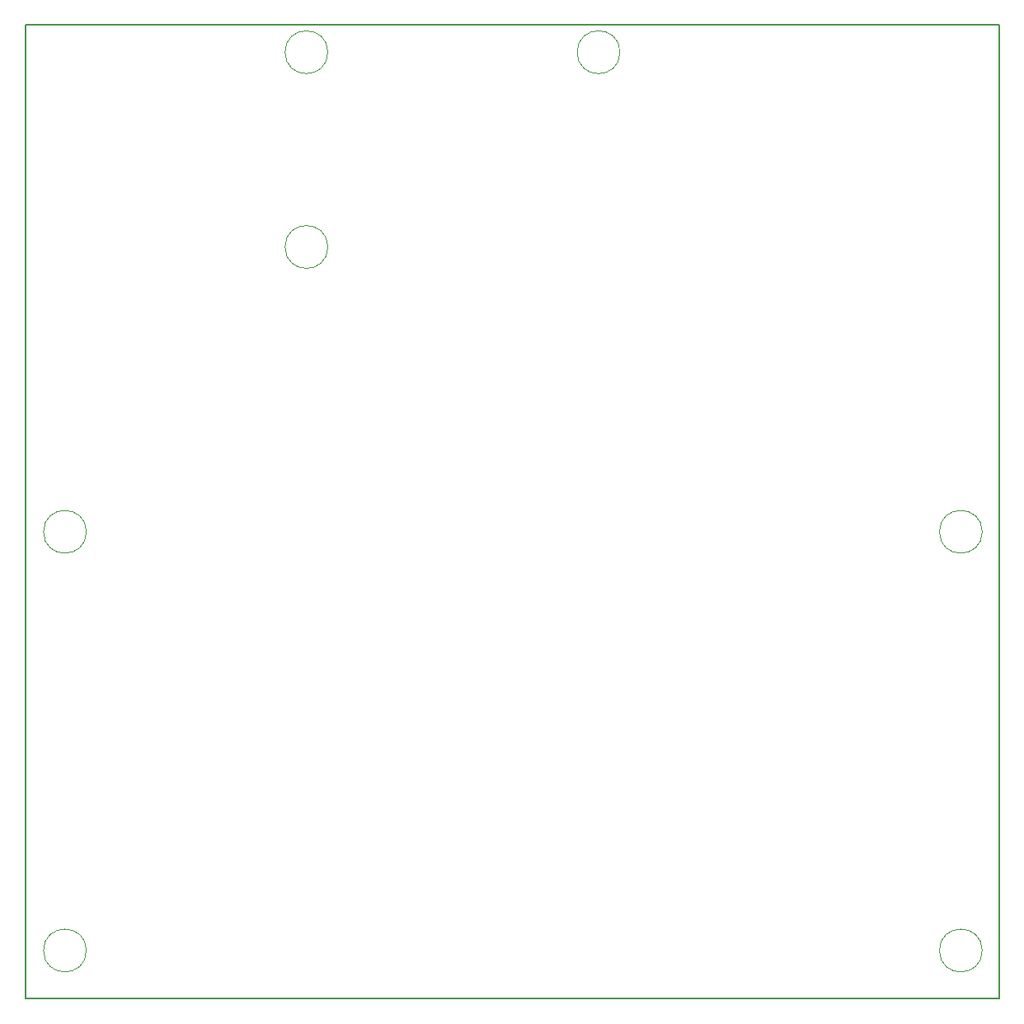
<source format=gbr>
%TF.GenerationSoftware,KiCad,Pcbnew,9.0.3*%
%TF.CreationDate,2025-08-30T18:08:08-03:00*%
%TF.ProjectId,PCB_Integradora,5043425f-496e-4746-9567-7261646f7261,rev?*%
%TF.SameCoordinates,Original*%
%TF.FileFunction,Profile,NP*%
%FSLAX46Y46*%
G04 Gerber Fmt 4.6, Leading zero omitted, Abs format (unit mm)*
G04 Created by KiCad (PCBNEW 9.0.3) date 2025-08-30 18:08:08*
%MOMM*%
%LPD*%
G01*
G04 APERTURE LIST*
%TA.AperFunction,Profile*%
%ADD10C,0.050000*%
%TD*%
%TA.AperFunction,Profile*%
%ADD11C,0.100000*%
%TD*%
%TA.AperFunction,Profile*%
%ADD12C,0.200000*%
%TD*%
G04 APERTURE END LIST*
D10*
X130300000Y-35551600D02*
G75*
G02*
X125900000Y-35551600I-2200000J0D01*
G01*
X125900000Y-35551600D02*
G75*
G02*
X130300000Y-35551600I2200000J0D01*
G01*
D11*
X100300000Y-35551600D02*
G75*
G02*
X95900000Y-35551600I-2200000J0D01*
G01*
X95900000Y-35551600D02*
G75*
G02*
X100300000Y-35551600I2200000J0D01*
G01*
D10*
X75500000Y-127800000D02*
G75*
G02*
X71100000Y-127800000I-2200000J0D01*
G01*
X71100000Y-127800000D02*
G75*
G02*
X75500000Y-127800000I2200000J0D01*
G01*
X100300000Y-55551600D02*
G75*
G02*
X95900000Y-55551600I-2200000J0D01*
G01*
X95900000Y-55551600D02*
G75*
G02*
X100300000Y-55551600I2200000J0D01*
G01*
X167500000Y-127800000D02*
G75*
G02*
X163100000Y-127800000I-2200000J0D01*
G01*
X163100000Y-127800000D02*
G75*
G02*
X167500000Y-127800000I2200000J0D01*
G01*
X167500000Y-84800000D02*
G75*
G02*
X163100000Y-84800000I-2200000J0D01*
G01*
X163100000Y-84800000D02*
G75*
G02*
X167500000Y-84800000I2200000J0D01*
G01*
X75500000Y-84800000D02*
G75*
G02*
X71100000Y-84800000I-2200000J0D01*
G01*
X71100000Y-84800000D02*
G75*
G02*
X75500000Y-84800000I2200000J0D01*
G01*
D12*
X69240400Y-32740400D02*
X169240400Y-32740400D01*
X169240400Y-132740400D01*
X69240400Y-132740400D01*
X69240400Y-32740400D01*
M02*

</source>
